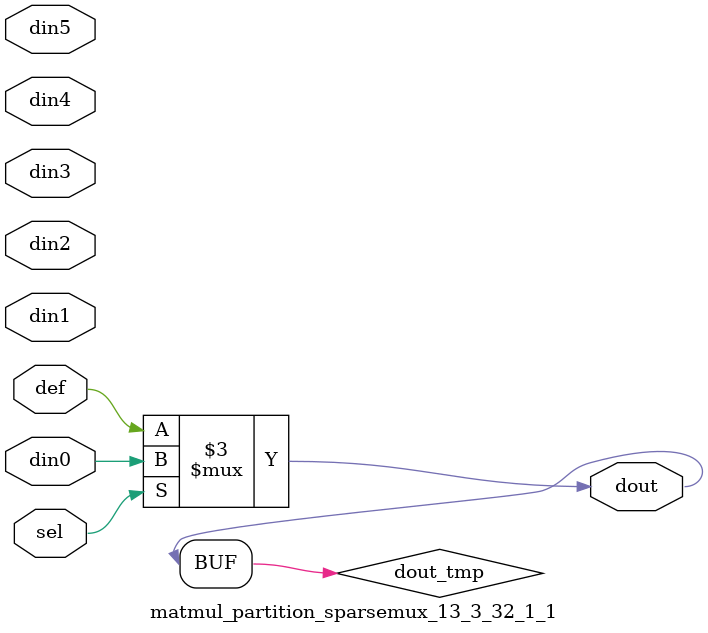
<source format=v>
`timescale 1ns / 1ps

module matmul_partition_sparsemux_13_3_32_1_1 (din0,din1,din2,din3,din4,din5,def,sel,dout);

parameter din0_WIDTH = 1;

parameter din1_WIDTH = 1;

parameter din2_WIDTH = 1;

parameter din3_WIDTH = 1;

parameter din4_WIDTH = 1;

parameter din5_WIDTH = 1;

parameter def_WIDTH = 1;
parameter sel_WIDTH = 1;
parameter dout_WIDTH = 1;

parameter [sel_WIDTH-1:0] CASE0 = 1;

parameter [sel_WIDTH-1:0] CASE1 = 1;

parameter [sel_WIDTH-1:0] CASE2 = 1;

parameter [sel_WIDTH-1:0] CASE3 = 1;

parameter [sel_WIDTH-1:0] CASE4 = 1;

parameter [sel_WIDTH-1:0] CASE5 = 1;

parameter ID = 1;
parameter NUM_STAGE = 1;



input [din0_WIDTH-1:0] din0;

input [din1_WIDTH-1:0] din1;

input [din2_WIDTH-1:0] din2;

input [din3_WIDTH-1:0] din3;

input [din4_WIDTH-1:0] din4;

input [din5_WIDTH-1:0] din5;

input [def_WIDTH-1:0] def;
input [sel_WIDTH-1:0] sel;

output [dout_WIDTH-1:0] dout;



reg [dout_WIDTH-1:0] dout_tmp;


always @ (*) begin
(* parallel_case *) case (sel)
    
    CASE0 : dout_tmp = din0;
    
    CASE1 : dout_tmp = din1;
    
    CASE2 : dout_tmp = din2;
    
    CASE3 : dout_tmp = din3;
    
    CASE4 : dout_tmp = din4;
    
    CASE5 : dout_tmp = din5;
    
    default : dout_tmp = def;
endcase
end


assign dout = dout_tmp;



endmodule

</source>
